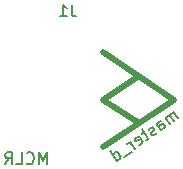
<source format=gbr>
G04 #@! TF.GenerationSoftware,KiCad,Pcbnew,5.1.4*
G04 #@! TF.CreationDate,2019-08-11T23:13:52-05:00*
G04 #@! TF.ProjectId,pic12f-garage-door,70696331-3266-42d6-9761-726167652d64,rev?*
G04 #@! TF.SameCoordinates,Original*
G04 #@! TF.FileFunction,Legend,Bot*
G04 #@! TF.FilePolarity,Positive*
%FSLAX46Y46*%
G04 Gerber Fmt 4.6, Leading zero omitted, Abs format (unit mm)*
G04 Created by KiCad (PCBNEW 5.1.4) date 2019-08-11 23:13:52*
%MOMM*%
%LPD*%
G04 APERTURE LIST*
%ADD10C,0.150000*%
%ADD11C,0.500000*%
%ADD12C,0.120000*%
G04 APERTURE END LIST*
D10*
X126333952Y-58567899D02*
X125951568Y-58021798D01*
X126006194Y-58099813D02*
X125939874Y-58088119D01*
X125834546Y-58103738D01*
X125717525Y-58185677D01*
X125666823Y-58279311D01*
X125682442Y-58384638D01*
X125982887Y-58813718D01*
X125682442Y-58384638D02*
X125588809Y-58333937D01*
X125483481Y-58349556D01*
X125366460Y-58431496D01*
X125315758Y-58525129D01*
X125331377Y-58630457D01*
X125631822Y-59059536D01*
X124890685Y-59578487D02*
X124590240Y-59149407D01*
X124574621Y-59044079D01*
X124625322Y-58950446D01*
X124781351Y-58841193D01*
X124886679Y-58825574D01*
X124863371Y-59539479D02*
X124968699Y-59523860D01*
X125163735Y-59387294D01*
X125214437Y-59293661D01*
X125198817Y-59188333D01*
X125144191Y-59110319D01*
X125050558Y-59059617D01*
X124945230Y-59075236D01*
X124750194Y-59211802D01*
X124644866Y-59227421D01*
X124512306Y-59785298D02*
X124461605Y-59878931D01*
X124305576Y-59988184D01*
X124200248Y-60003803D01*
X124106615Y-59953102D01*
X124079302Y-59914095D01*
X124063682Y-59808767D01*
X124114384Y-59715133D01*
X124231405Y-59633194D01*
X124282107Y-59539560D01*
X124266488Y-59434233D01*
X124239175Y-59395225D01*
X124145541Y-59344524D01*
X124040213Y-59360143D01*
X123923192Y-59442083D01*
X123872490Y-59535716D01*
X123572126Y-59687901D02*
X123260069Y-59906406D01*
X123263913Y-59496790D02*
X123755550Y-60198920D01*
X123771169Y-60304248D01*
X123720467Y-60397881D01*
X123642453Y-60452508D01*
X123030031Y-60823198D02*
X123135359Y-60807579D01*
X123291388Y-60698326D01*
X123342089Y-60604693D01*
X123326470Y-60499365D01*
X123107965Y-60187307D01*
X123014331Y-60136606D01*
X122909003Y-60152225D01*
X122752974Y-60261478D01*
X122702273Y-60355111D01*
X122717892Y-60460439D01*
X122772519Y-60538453D01*
X123217217Y-60343336D01*
X122667272Y-61135337D02*
X122284888Y-60589236D01*
X122394140Y-60745264D02*
X122300507Y-60694563D01*
X122234186Y-60682869D01*
X122128859Y-60698488D01*
X122050844Y-60753114D01*
X122409840Y-61431857D02*
X121785724Y-61868867D01*
X121184997Y-62173237D02*
X120611420Y-61354085D01*
X121157684Y-62134230D02*
X121263011Y-62118611D01*
X121419040Y-62009358D01*
X121469741Y-61915725D01*
X121481436Y-61849404D01*
X121465816Y-61744076D01*
X121301937Y-61510033D01*
X121208304Y-61459332D01*
X121141983Y-61447638D01*
X121036656Y-61463257D01*
X120880627Y-61572509D01*
X120829926Y-61666143D01*
D11*
X120000000Y-61000000D02*
X126000000Y-57000000D01*
D12*
X123000000Y-59000000D02*
X120000000Y-61000000D01*
D11*
X120000000Y-57000000D02*
X123000000Y-59000000D01*
X123000000Y-55000000D02*
X120000000Y-57000000D01*
X126000000Y-57000000D02*
X120000000Y-53000000D01*
D10*
X115238095Y-62452380D02*
X115238095Y-61452380D01*
X114904761Y-62166666D01*
X114571428Y-61452380D01*
X114571428Y-62452380D01*
X113523809Y-62357142D02*
X113571428Y-62404761D01*
X113714285Y-62452380D01*
X113809523Y-62452380D01*
X113952380Y-62404761D01*
X114047619Y-62309523D01*
X114095238Y-62214285D01*
X114142857Y-62023809D01*
X114142857Y-61880952D01*
X114095238Y-61690476D01*
X114047619Y-61595238D01*
X113952380Y-61500000D01*
X113809523Y-61452380D01*
X113714285Y-61452380D01*
X113571428Y-61500000D01*
X113523809Y-61547619D01*
X112619047Y-62452380D02*
X113095238Y-62452380D01*
X113095238Y-61452380D01*
X111714285Y-62452380D02*
X112047619Y-61976190D01*
X112285714Y-62452380D02*
X112285714Y-61452380D01*
X111904761Y-61452380D01*
X111809523Y-61500000D01*
X111761904Y-61547619D01*
X111714285Y-61642857D01*
X111714285Y-61785714D01*
X111761904Y-61880952D01*
X111809523Y-61928571D01*
X111904761Y-61976190D01*
X112285714Y-61976190D01*
X117333333Y-48952380D02*
X117333333Y-49666666D01*
X117380952Y-49809523D01*
X117476190Y-49904761D01*
X117619047Y-49952380D01*
X117714285Y-49952380D01*
X116333333Y-49952380D02*
X116904761Y-49952380D01*
X116619047Y-49952380D02*
X116619047Y-48952380D01*
X116714285Y-49095238D01*
X116809523Y-49190476D01*
X116904761Y-49238095D01*
M02*

</source>
